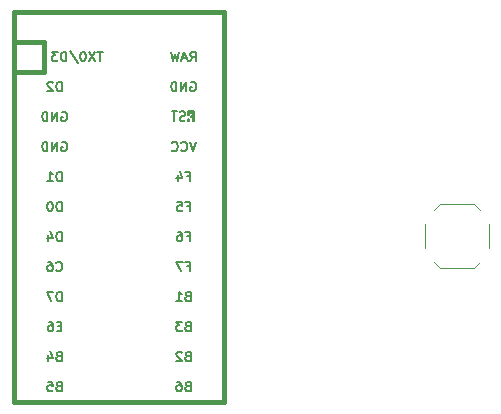
<source format=gbr>
%TF.GenerationSoftware,KiCad,Pcbnew,(5.1.9)-1*%
%TF.CreationDate,2021-08-20T11:44:51-07:00*%
%TF.ProjectId,Ingot,496e676f-742e-46b6-9963-61645f706362,rev?*%
%TF.SameCoordinates,Original*%
%TF.FileFunction,Legend,Bot*%
%TF.FilePolarity,Positive*%
%FSLAX46Y46*%
G04 Gerber Fmt 4.6, Leading zero omitted, Abs format (unit mm)*
G04 Created by KiCad (PCBNEW (5.1.9)-1) date 2021-08-20 11:44:51*
%MOMM*%
%LPD*%
G01*
G04 APERTURE LIST*
%ADD10C,0.120000*%
%ADD11C,0.381000*%
%ADD12C,0.150000*%
G04 APERTURE END LIST*
D10*
%TO.C,RESET1*%
X94319140Y-40142680D02*
X94809140Y-40632680D01*
X91419140Y-40142680D02*
X94319140Y-40142680D01*
X91419140Y-40142680D02*
X90929140Y-40632680D01*
X91419140Y-45582680D02*
X94319140Y-45582680D01*
X91419140Y-45582680D02*
X90929140Y-45092680D01*
X95589140Y-41822680D02*
X95589140Y-43902680D01*
X94319140Y-45582680D02*
X94809140Y-45092680D01*
X90149140Y-41822680D02*
X90149140Y-43902680D01*
D11*
%TO.C,PM1*%
X57944020Y-26432050D02*
X55404020Y-26432050D01*
X73184020Y-23892050D02*
X55404020Y-23892050D01*
X55404020Y-23892050D02*
X55404020Y-56912050D01*
X55404020Y-56912050D02*
X73184020Y-56912050D01*
X73184020Y-56912050D02*
X73184020Y-23892050D01*
D12*
G36*
X70138655Y-32321080D02*
G01*
X70138655Y-32421080D01*
X70638655Y-32421080D01*
X70638655Y-32321080D01*
X70138655Y-32321080D01*
G37*
X70138655Y-32321080D02*
X70138655Y-32421080D01*
X70638655Y-32421080D01*
X70638655Y-32321080D01*
X70138655Y-32321080D01*
G36*
X70138655Y-32321080D02*
G01*
X70138655Y-32621080D01*
X70238655Y-32621080D01*
X70238655Y-32321080D01*
X70138655Y-32321080D01*
G37*
X70138655Y-32321080D02*
X70138655Y-32621080D01*
X70238655Y-32621080D01*
X70238655Y-32321080D01*
X70138655Y-32321080D01*
G36*
X70138655Y-32921080D02*
G01*
X70138655Y-33121080D01*
X70238655Y-33121080D01*
X70238655Y-32921080D01*
X70138655Y-32921080D01*
G37*
X70138655Y-32921080D02*
X70138655Y-33121080D01*
X70238655Y-33121080D01*
X70238655Y-32921080D01*
X70138655Y-32921080D01*
G36*
X70538655Y-32321080D02*
G01*
X70538655Y-33121080D01*
X70638655Y-33121080D01*
X70638655Y-32321080D01*
X70538655Y-32321080D01*
G37*
X70538655Y-32321080D02*
X70538655Y-33121080D01*
X70638655Y-33121080D01*
X70638655Y-32321080D01*
X70538655Y-32321080D01*
G36*
X70338655Y-32721080D02*
G01*
X70338655Y-32821080D01*
X70438655Y-32821080D01*
X70438655Y-32721080D01*
X70338655Y-32721080D01*
G37*
X70338655Y-32721080D02*
X70338655Y-32821080D01*
X70438655Y-32821080D01*
X70438655Y-32721080D01*
X70338655Y-32721080D01*
D11*
X57944020Y-26432050D02*
X57944020Y-28972050D01*
X57944020Y-28972050D02*
X55404020Y-28972050D01*
D12*
X69867353Y-33085859D02*
X69753067Y-33123954D01*
X69562591Y-33123954D01*
X69486400Y-33085859D01*
X69448305Y-33047764D01*
X69410210Y-32971573D01*
X69410210Y-32895383D01*
X69448305Y-32819192D01*
X69486400Y-32781097D01*
X69562591Y-32743002D01*
X69714972Y-32704907D01*
X69791162Y-32666811D01*
X69829258Y-32628716D01*
X69867353Y-32552526D01*
X69867353Y-32476335D01*
X69829258Y-32400145D01*
X69791162Y-32362050D01*
X69714972Y-32323954D01*
X69524496Y-32323954D01*
X69410210Y-32362050D01*
X69181639Y-32323954D02*
X68724496Y-32323954D01*
X68953067Y-33123954D02*
X68953067Y-32323954D01*
X62912624Y-27263954D02*
X62455481Y-27263954D01*
X62684052Y-28063954D02*
X62684052Y-27263954D01*
X62265005Y-27263954D02*
X61731671Y-28063954D01*
X61731671Y-27263954D02*
X62265005Y-28063954D01*
X61274528Y-27263954D02*
X61198338Y-27263954D01*
X61122148Y-27302050D01*
X61084052Y-27340145D01*
X61045957Y-27416335D01*
X61007862Y-27568716D01*
X61007862Y-27759192D01*
X61045957Y-27911573D01*
X61084052Y-27987764D01*
X61122148Y-28025859D01*
X61198338Y-28063954D01*
X61274528Y-28063954D01*
X61350719Y-28025859D01*
X61388814Y-27987764D01*
X61426909Y-27911573D01*
X61465005Y-27759192D01*
X61465005Y-27568716D01*
X61426909Y-27416335D01*
X61388814Y-27340145D01*
X61350719Y-27302050D01*
X61274528Y-27263954D01*
X60093576Y-27225859D02*
X60779290Y-28254430D01*
X59826909Y-28063954D02*
X59826909Y-27263954D01*
X59636433Y-27263954D01*
X59522148Y-27302050D01*
X59445957Y-27378240D01*
X59407862Y-27454430D01*
X59369767Y-27606811D01*
X59369767Y-27721097D01*
X59407862Y-27873478D01*
X59445957Y-27949669D01*
X59522148Y-28025859D01*
X59636433Y-28063954D01*
X59826909Y-28063954D01*
X59103100Y-27263954D02*
X58607862Y-27263954D01*
X58874528Y-27568716D01*
X58760243Y-27568716D01*
X58684052Y-27606811D01*
X58645957Y-27644907D01*
X58607862Y-27721097D01*
X58607862Y-27911573D01*
X58645957Y-27987764D01*
X58684052Y-28025859D01*
X58760243Y-28063954D01*
X58988814Y-28063954D01*
X59065005Y-28025859D01*
X59103100Y-27987764D01*
X70078829Y-53044907D02*
X69964543Y-53083002D01*
X69926448Y-53121097D01*
X69888353Y-53197288D01*
X69888353Y-53311573D01*
X69926448Y-53387764D01*
X69964543Y-53425859D01*
X70040734Y-53463954D01*
X70345496Y-53463954D01*
X70345496Y-52663954D01*
X70078829Y-52663954D01*
X70002639Y-52702050D01*
X69964543Y-52740145D01*
X69926448Y-52816335D01*
X69926448Y-52892526D01*
X69964543Y-52968716D01*
X70002639Y-53006811D01*
X70078829Y-53044907D01*
X70345496Y-53044907D01*
X69583591Y-52740145D02*
X69545496Y-52702050D01*
X69469305Y-52663954D01*
X69278829Y-52663954D01*
X69202639Y-52702050D01*
X69164543Y-52740145D01*
X69126448Y-52816335D01*
X69126448Y-52892526D01*
X69164543Y-53006811D01*
X69621686Y-53463954D01*
X69126448Y-53463954D01*
X70021686Y-45424907D02*
X70288353Y-45424907D01*
X70288353Y-45843954D02*
X70288353Y-45043954D01*
X69907400Y-45043954D01*
X69678829Y-45043954D02*
X69145496Y-45043954D01*
X69488353Y-45843954D01*
X70021686Y-42884907D02*
X70288353Y-42884907D01*
X70288353Y-43303954D02*
X70288353Y-42503954D01*
X69907400Y-42503954D01*
X69259781Y-42503954D02*
X69412162Y-42503954D01*
X69488353Y-42542050D01*
X69526448Y-42580145D01*
X69602639Y-42694430D01*
X69640734Y-42846811D01*
X69640734Y-43151573D01*
X69602639Y-43227764D01*
X69564543Y-43265859D01*
X69488353Y-43303954D01*
X69335972Y-43303954D01*
X69259781Y-43265859D01*
X69221686Y-43227764D01*
X69183591Y-43151573D01*
X69183591Y-42961097D01*
X69221686Y-42884907D01*
X69259781Y-42846811D01*
X69335972Y-42808716D01*
X69488353Y-42808716D01*
X69564543Y-42846811D01*
X69602639Y-42884907D01*
X69640734Y-42961097D01*
X70021686Y-40344907D02*
X70288353Y-40344907D01*
X70288353Y-40763954D02*
X70288353Y-39963954D01*
X69907400Y-39963954D01*
X69221686Y-39963954D02*
X69602639Y-39963954D01*
X69640734Y-40344907D01*
X69602639Y-40306811D01*
X69526448Y-40268716D01*
X69335972Y-40268716D01*
X69259781Y-40306811D01*
X69221686Y-40344907D01*
X69183591Y-40421097D01*
X69183591Y-40611573D01*
X69221686Y-40687764D01*
X69259781Y-40725859D01*
X69335972Y-40763954D01*
X69526448Y-40763954D01*
X69602639Y-40725859D01*
X69640734Y-40687764D01*
X70307400Y-28063954D02*
X70574067Y-27683002D01*
X70764543Y-28063954D02*
X70764543Y-27263954D01*
X70459781Y-27263954D01*
X70383591Y-27302050D01*
X70345496Y-27340145D01*
X70307400Y-27416335D01*
X70307400Y-27530621D01*
X70345496Y-27606811D01*
X70383591Y-27644907D01*
X70459781Y-27683002D01*
X70764543Y-27683002D01*
X70002639Y-27835383D02*
X69621686Y-27835383D01*
X70078829Y-28063954D02*
X69812162Y-27263954D01*
X69545496Y-28063954D01*
X69355020Y-27263954D02*
X69164543Y-28063954D01*
X69012162Y-27492526D01*
X68859781Y-28063954D01*
X68669305Y-27263954D01*
X70364543Y-29842050D02*
X70440734Y-29803954D01*
X70555020Y-29803954D01*
X70669305Y-29842050D01*
X70745496Y-29918240D01*
X70783591Y-29994430D01*
X70821686Y-30146811D01*
X70821686Y-30261097D01*
X70783591Y-30413478D01*
X70745496Y-30489669D01*
X70669305Y-30565859D01*
X70555020Y-30603954D01*
X70478829Y-30603954D01*
X70364543Y-30565859D01*
X70326448Y-30527764D01*
X70326448Y-30261097D01*
X70478829Y-30261097D01*
X69983591Y-30603954D02*
X69983591Y-29803954D01*
X69526448Y-30603954D01*
X69526448Y-29803954D01*
X69145496Y-30603954D02*
X69145496Y-29803954D01*
X68955020Y-29803954D01*
X68840734Y-29842050D01*
X68764543Y-29918240D01*
X68726448Y-29994430D01*
X68688353Y-30146811D01*
X68688353Y-30261097D01*
X68726448Y-30413478D01*
X68764543Y-30489669D01*
X68840734Y-30565859D01*
X68955020Y-30603954D01*
X69145496Y-30603954D01*
X70821686Y-34883954D02*
X70555020Y-35683954D01*
X70288353Y-34883954D01*
X69564543Y-35607764D02*
X69602639Y-35645859D01*
X69716924Y-35683954D01*
X69793115Y-35683954D01*
X69907400Y-35645859D01*
X69983591Y-35569669D01*
X70021686Y-35493478D01*
X70059781Y-35341097D01*
X70059781Y-35226811D01*
X70021686Y-35074430D01*
X69983591Y-34998240D01*
X69907400Y-34922050D01*
X69793115Y-34883954D01*
X69716924Y-34883954D01*
X69602639Y-34922050D01*
X69564543Y-34960145D01*
X68764543Y-35607764D02*
X68802639Y-35645859D01*
X68916924Y-35683954D01*
X68993115Y-35683954D01*
X69107400Y-35645859D01*
X69183591Y-35569669D01*
X69221686Y-35493478D01*
X69259781Y-35341097D01*
X69259781Y-35226811D01*
X69221686Y-35074430D01*
X69183591Y-34998240D01*
X69107400Y-34922050D01*
X68993115Y-34883954D01*
X68916924Y-34883954D01*
X68802639Y-34922050D01*
X68764543Y-34960145D01*
X70021686Y-37804907D02*
X70288353Y-37804907D01*
X70288353Y-38223954D02*
X70288353Y-37423954D01*
X69907400Y-37423954D01*
X69259781Y-37690621D02*
X69259781Y-38223954D01*
X69450258Y-37385859D02*
X69640734Y-37957288D01*
X69145496Y-37957288D01*
X70078829Y-47964907D02*
X69964543Y-48003002D01*
X69926448Y-48041097D01*
X69888353Y-48117288D01*
X69888353Y-48231573D01*
X69926448Y-48307764D01*
X69964543Y-48345859D01*
X70040734Y-48383954D01*
X70345496Y-48383954D01*
X70345496Y-47583954D01*
X70078829Y-47583954D01*
X70002639Y-47622050D01*
X69964543Y-47660145D01*
X69926448Y-47736335D01*
X69926448Y-47812526D01*
X69964543Y-47888716D01*
X70002639Y-47926811D01*
X70078829Y-47964907D01*
X70345496Y-47964907D01*
X69126448Y-48383954D02*
X69583591Y-48383954D01*
X69355020Y-48383954D02*
X69355020Y-47583954D01*
X69431210Y-47698240D01*
X69507400Y-47774430D01*
X69583591Y-47812526D01*
X70078829Y-50504907D02*
X69964543Y-50543002D01*
X69926448Y-50581097D01*
X69888353Y-50657288D01*
X69888353Y-50771573D01*
X69926448Y-50847764D01*
X69964543Y-50885859D01*
X70040734Y-50923954D01*
X70345496Y-50923954D01*
X70345496Y-50123954D01*
X70078829Y-50123954D01*
X70002639Y-50162050D01*
X69964543Y-50200145D01*
X69926448Y-50276335D01*
X69926448Y-50352526D01*
X69964543Y-50428716D01*
X70002639Y-50466811D01*
X70078829Y-50504907D01*
X70345496Y-50504907D01*
X69621686Y-50123954D02*
X69126448Y-50123954D01*
X69393115Y-50428716D01*
X69278829Y-50428716D01*
X69202639Y-50466811D01*
X69164543Y-50504907D01*
X69126448Y-50581097D01*
X69126448Y-50771573D01*
X69164543Y-50847764D01*
X69202639Y-50885859D01*
X69278829Y-50923954D01*
X69507400Y-50923954D01*
X69583591Y-50885859D01*
X69621686Y-50847764D01*
X70078829Y-55584907D02*
X69964543Y-55623002D01*
X69926448Y-55661097D01*
X69888353Y-55737288D01*
X69888353Y-55851573D01*
X69926448Y-55927764D01*
X69964543Y-55965859D01*
X70040734Y-56003954D01*
X70345496Y-56003954D01*
X70345496Y-55203954D01*
X70078829Y-55203954D01*
X70002639Y-55242050D01*
X69964543Y-55280145D01*
X69926448Y-55356335D01*
X69926448Y-55432526D01*
X69964543Y-55508716D01*
X70002639Y-55546811D01*
X70078829Y-55584907D01*
X70345496Y-55584907D01*
X69202639Y-55203954D02*
X69355020Y-55203954D01*
X69431210Y-55242050D01*
X69469305Y-55280145D01*
X69545496Y-55394430D01*
X69583591Y-55546811D01*
X69583591Y-55851573D01*
X69545496Y-55927764D01*
X69507400Y-55965859D01*
X69431210Y-56003954D01*
X69278829Y-56003954D01*
X69202639Y-55965859D01*
X69164543Y-55927764D01*
X69126448Y-55851573D01*
X69126448Y-55661097D01*
X69164543Y-55584907D01*
X69202639Y-55546811D01*
X69278829Y-55508716D01*
X69431210Y-55508716D01*
X69507400Y-55546811D01*
X69545496Y-55584907D01*
X69583591Y-55661097D01*
X59156829Y-55584907D02*
X59042543Y-55623002D01*
X59004448Y-55661097D01*
X58966353Y-55737288D01*
X58966353Y-55851573D01*
X59004448Y-55927764D01*
X59042543Y-55965859D01*
X59118734Y-56003954D01*
X59423496Y-56003954D01*
X59423496Y-55203954D01*
X59156829Y-55203954D01*
X59080639Y-55242050D01*
X59042543Y-55280145D01*
X59004448Y-55356335D01*
X59004448Y-55432526D01*
X59042543Y-55508716D01*
X59080639Y-55546811D01*
X59156829Y-55584907D01*
X59423496Y-55584907D01*
X58242543Y-55203954D02*
X58623496Y-55203954D01*
X58661591Y-55584907D01*
X58623496Y-55546811D01*
X58547305Y-55508716D01*
X58356829Y-55508716D01*
X58280639Y-55546811D01*
X58242543Y-55584907D01*
X58204448Y-55661097D01*
X58204448Y-55851573D01*
X58242543Y-55927764D01*
X58280639Y-55965859D01*
X58356829Y-56003954D01*
X58547305Y-56003954D01*
X58623496Y-55965859D01*
X58661591Y-55927764D01*
X59156829Y-53044907D02*
X59042543Y-53083002D01*
X59004448Y-53121097D01*
X58966353Y-53197288D01*
X58966353Y-53311573D01*
X59004448Y-53387764D01*
X59042543Y-53425859D01*
X59118734Y-53463954D01*
X59423496Y-53463954D01*
X59423496Y-52663954D01*
X59156829Y-52663954D01*
X59080639Y-52702050D01*
X59042543Y-52740145D01*
X59004448Y-52816335D01*
X59004448Y-52892526D01*
X59042543Y-52968716D01*
X59080639Y-53006811D01*
X59156829Y-53044907D01*
X59423496Y-53044907D01*
X58280639Y-52930621D02*
X58280639Y-53463954D01*
X58471115Y-52625859D02*
X58661591Y-53197288D01*
X58166353Y-53197288D01*
X59385400Y-50504907D02*
X59118734Y-50504907D01*
X59004448Y-50923954D02*
X59385400Y-50923954D01*
X59385400Y-50123954D01*
X59004448Y-50123954D01*
X58318734Y-50123954D02*
X58471115Y-50123954D01*
X58547305Y-50162050D01*
X58585400Y-50200145D01*
X58661591Y-50314430D01*
X58699686Y-50466811D01*
X58699686Y-50771573D01*
X58661591Y-50847764D01*
X58623496Y-50885859D01*
X58547305Y-50923954D01*
X58394924Y-50923954D01*
X58318734Y-50885859D01*
X58280639Y-50847764D01*
X58242543Y-50771573D01*
X58242543Y-50581097D01*
X58280639Y-50504907D01*
X58318734Y-50466811D01*
X58394924Y-50428716D01*
X58547305Y-50428716D01*
X58623496Y-50466811D01*
X58661591Y-50504907D01*
X58699686Y-50581097D01*
X59423496Y-48383954D02*
X59423496Y-47583954D01*
X59233020Y-47583954D01*
X59118734Y-47622050D01*
X59042543Y-47698240D01*
X59004448Y-47774430D01*
X58966353Y-47926811D01*
X58966353Y-48041097D01*
X59004448Y-48193478D01*
X59042543Y-48269669D01*
X59118734Y-48345859D01*
X59233020Y-48383954D01*
X59423496Y-48383954D01*
X58699686Y-47583954D02*
X58166353Y-47583954D01*
X58509210Y-48383954D01*
X58966353Y-45767764D02*
X59004448Y-45805859D01*
X59118734Y-45843954D01*
X59194924Y-45843954D01*
X59309210Y-45805859D01*
X59385400Y-45729669D01*
X59423496Y-45653478D01*
X59461591Y-45501097D01*
X59461591Y-45386811D01*
X59423496Y-45234430D01*
X59385400Y-45158240D01*
X59309210Y-45082050D01*
X59194924Y-45043954D01*
X59118734Y-45043954D01*
X59004448Y-45082050D01*
X58966353Y-45120145D01*
X58280639Y-45043954D02*
X58433020Y-45043954D01*
X58509210Y-45082050D01*
X58547305Y-45120145D01*
X58623496Y-45234430D01*
X58661591Y-45386811D01*
X58661591Y-45691573D01*
X58623496Y-45767764D01*
X58585400Y-45805859D01*
X58509210Y-45843954D01*
X58356829Y-45843954D01*
X58280639Y-45805859D01*
X58242543Y-45767764D01*
X58204448Y-45691573D01*
X58204448Y-45501097D01*
X58242543Y-45424907D01*
X58280639Y-45386811D01*
X58356829Y-45348716D01*
X58509210Y-45348716D01*
X58585400Y-45386811D01*
X58623496Y-45424907D01*
X58661591Y-45501097D01*
X59423496Y-43303954D02*
X59423496Y-42503954D01*
X59233020Y-42503954D01*
X59118734Y-42542050D01*
X59042543Y-42618240D01*
X59004448Y-42694430D01*
X58966353Y-42846811D01*
X58966353Y-42961097D01*
X59004448Y-43113478D01*
X59042543Y-43189669D01*
X59118734Y-43265859D01*
X59233020Y-43303954D01*
X59423496Y-43303954D01*
X58280639Y-42770621D02*
X58280639Y-43303954D01*
X58471115Y-42465859D02*
X58661591Y-43037288D01*
X58166353Y-43037288D01*
X59442543Y-32382050D02*
X59518734Y-32343954D01*
X59633020Y-32343954D01*
X59747305Y-32382050D01*
X59823496Y-32458240D01*
X59861591Y-32534430D01*
X59899686Y-32686811D01*
X59899686Y-32801097D01*
X59861591Y-32953478D01*
X59823496Y-33029669D01*
X59747305Y-33105859D01*
X59633020Y-33143954D01*
X59556829Y-33143954D01*
X59442543Y-33105859D01*
X59404448Y-33067764D01*
X59404448Y-32801097D01*
X59556829Y-32801097D01*
X59061591Y-33143954D02*
X59061591Y-32343954D01*
X58604448Y-33143954D01*
X58604448Y-32343954D01*
X58223496Y-33143954D02*
X58223496Y-32343954D01*
X58033020Y-32343954D01*
X57918734Y-32382050D01*
X57842543Y-32458240D01*
X57804448Y-32534430D01*
X57766353Y-32686811D01*
X57766353Y-32801097D01*
X57804448Y-32953478D01*
X57842543Y-33029669D01*
X57918734Y-33105859D01*
X58033020Y-33143954D01*
X58223496Y-33143954D01*
X59442543Y-34922050D02*
X59518734Y-34883954D01*
X59633020Y-34883954D01*
X59747305Y-34922050D01*
X59823496Y-34998240D01*
X59861591Y-35074430D01*
X59899686Y-35226811D01*
X59899686Y-35341097D01*
X59861591Y-35493478D01*
X59823496Y-35569669D01*
X59747305Y-35645859D01*
X59633020Y-35683954D01*
X59556829Y-35683954D01*
X59442543Y-35645859D01*
X59404448Y-35607764D01*
X59404448Y-35341097D01*
X59556829Y-35341097D01*
X59061591Y-35683954D02*
X59061591Y-34883954D01*
X58604448Y-35683954D01*
X58604448Y-34883954D01*
X58223496Y-35683954D02*
X58223496Y-34883954D01*
X58033020Y-34883954D01*
X57918734Y-34922050D01*
X57842543Y-34998240D01*
X57804448Y-35074430D01*
X57766353Y-35226811D01*
X57766353Y-35341097D01*
X57804448Y-35493478D01*
X57842543Y-35569669D01*
X57918734Y-35645859D01*
X58033020Y-35683954D01*
X58223496Y-35683954D01*
X59423496Y-38223954D02*
X59423496Y-37423954D01*
X59233020Y-37423954D01*
X59118734Y-37462050D01*
X59042543Y-37538240D01*
X59004448Y-37614430D01*
X58966353Y-37766811D01*
X58966353Y-37881097D01*
X59004448Y-38033478D01*
X59042543Y-38109669D01*
X59118734Y-38185859D01*
X59233020Y-38223954D01*
X59423496Y-38223954D01*
X58204448Y-38223954D02*
X58661591Y-38223954D01*
X58433020Y-38223954D02*
X58433020Y-37423954D01*
X58509210Y-37538240D01*
X58585400Y-37614430D01*
X58661591Y-37652526D01*
X59423496Y-40763954D02*
X59423496Y-39963954D01*
X59233020Y-39963954D01*
X59118734Y-40002050D01*
X59042543Y-40078240D01*
X59004448Y-40154430D01*
X58966353Y-40306811D01*
X58966353Y-40421097D01*
X59004448Y-40573478D01*
X59042543Y-40649669D01*
X59118734Y-40725859D01*
X59233020Y-40763954D01*
X59423496Y-40763954D01*
X58471115Y-39963954D02*
X58394924Y-39963954D01*
X58318734Y-40002050D01*
X58280639Y-40040145D01*
X58242543Y-40116335D01*
X58204448Y-40268716D01*
X58204448Y-40459192D01*
X58242543Y-40611573D01*
X58280639Y-40687764D01*
X58318734Y-40725859D01*
X58394924Y-40763954D01*
X58471115Y-40763954D01*
X58547305Y-40725859D01*
X58585400Y-40687764D01*
X58623496Y-40611573D01*
X58661591Y-40459192D01*
X58661591Y-40268716D01*
X58623496Y-40116335D01*
X58585400Y-40040145D01*
X58547305Y-40002050D01*
X58471115Y-39963954D01*
X59423496Y-30603954D02*
X59423496Y-29803954D01*
X59233020Y-29803954D01*
X59118734Y-29842050D01*
X59042543Y-29918240D01*
X59004448Y-29994430D01*
X58966353Y-30146811D01*
X58966353Y-30261097D01*
X59004448Y-30413478D01*
X59042543Y-30489669D01*
X59118734Y-30565859D01*
X59233020Y-30603954D01*
X59423496Y-30603954D01*
X58661591Y-29880145D02*
X58623496Y-29842050D01*
X58547305Y-29803954D01*
X58356829Y-29803954D01*
X58280639Y-29842050D01*
X58242543Y-29880145D01*
X58204448Y-29956335D01*
X58204448Y-30032526D01*
X58242543Y-30146811D01*
X58699686Y-30603954D01*
X58204448Y-30603954D01*
%TD*%
M02*

</source>
